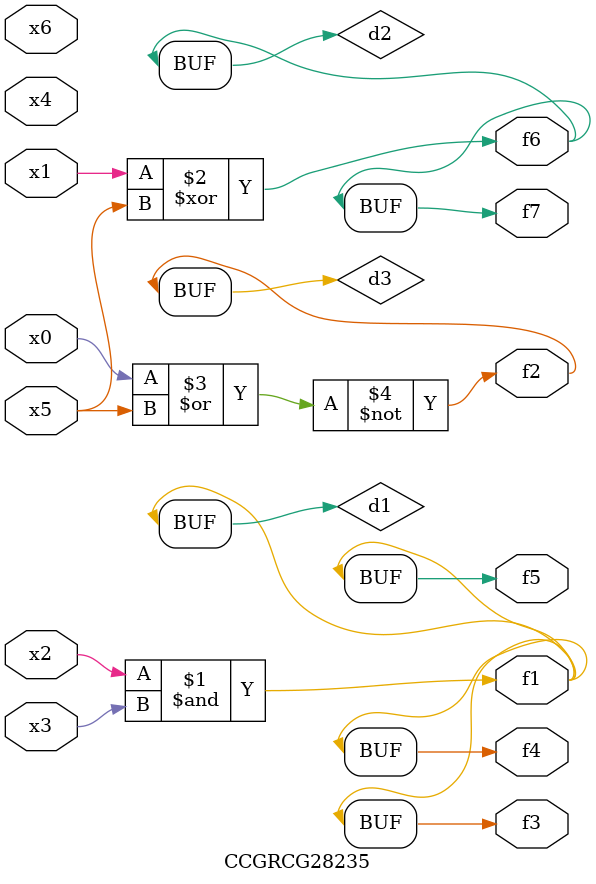
<source format=v>
module CCGRCG28235(
	input x0, x1, x2, x3, x4, x5, x6,
	output f1, f2, f3, f4, f5, f6, f7
);

	wire d1, d2, d3;

	and (d1, x2, x3);
	xor (d2, x1, x5);
	nor (d3, x0, x5);
	assign f1 = d1;
	assign f2 = d3;
	assign f3 = d1;
	assign f4 = d1;
	assign f5 = d1;
	assign f6 = d2;
	assign f7 = d2;
endmodule

</source>
